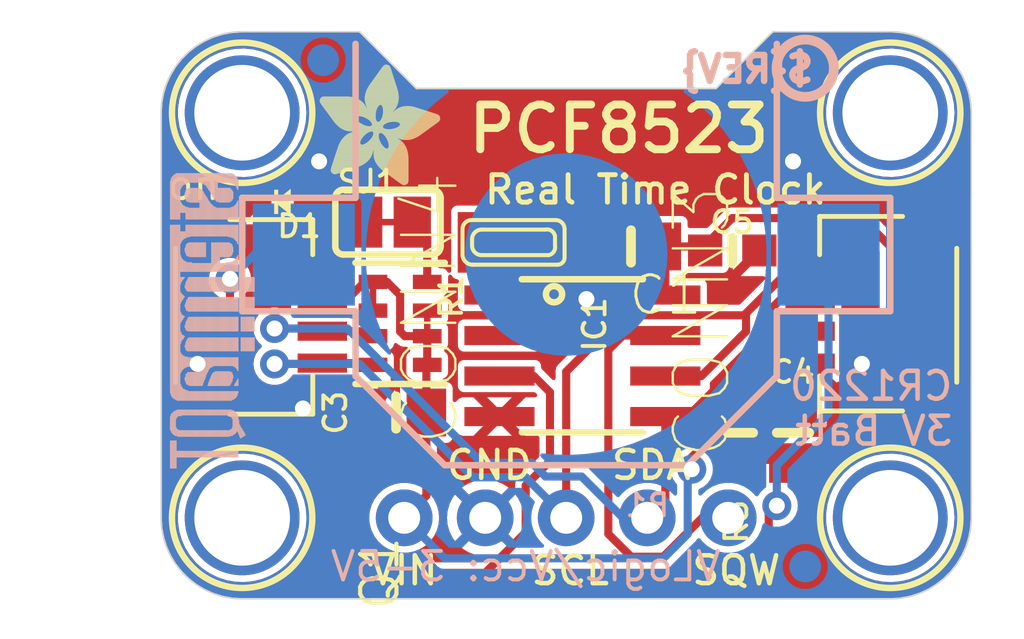
<source format=kicad_pcb>
(kicad_pcb (version 20221018) (generator pcbnew)
  (layers (0 "F.Cu" signal) (1 "In1.Cu" signal) (2 "In2.Cu" signal) (3 "In3.Cu" signal) (4 "In4.Cu" signal) (5 "In5.Cu" signal) (6 "In6.Cu" signal) (7 "In7.Cu" signal) (8 "In8.Cu" signal) (9 "In9.Cu" signal) (10 "In10.Cu" signal) (11 "In11.Cu" signal) (12 "In12.Cu" signal) (13 "In13.Cu" signal) (14 "In14.Cu" signal) (31 "B.Cu" signal) (34 "B.Paste" user) (35 "F.Paste" user) (36 "B.SilkS" user "B.Silkscreen") (37 "F.SilkS" user "F.Silkscreen") (38 "B.Mask" user) (39 "F.Mask" user) (44 "Edge.Cuts" user))
  (net 0 "")
  (net 1 "GND")
  (net 2 "VCC")
  (net 3 "SDA")
  (net 4 "SCL")
  (net 5 "N$14")
  (net 6 "N$15")
  (net 7 "VBAT")
  (net 8 "SQW")
  (net 9 "VDD")
  (net 10 "N$4")
  (net 11 "N$1")
  (footprint "working:1X05_ROUND_70" (layer "F.Cu") (at 148.5011 111.3536 180)
    (fp_text reference "JP2" hide)
    (fp_text value "")
    (pad "1" thru_hole circle (at -5.08 0 270) (size 1.778 1.778) (drill 1) (layers "*.Cu" "*.Mask") (net 8 "SQW"))
    (pad "2" thru_hole circle (at -2.54 0 270) (size 1.778 1.778) (drill 1) (layers "*.Cu" "*.Mask") (net 3 "SDA"))
    (pad "3" thru_hole circle (at 0 0 270) (size 1.778 1.778) (drill 1) (layers "*.Cu" "*.Mask") (net 4 "SCL"))
    (pad "4" thru_hole circle (at 2.54 0 270) (size 1.778 1.778) (drill 1) (layers "*.Cu" "*.Mask") (net 1 "GND"))
    (pad "5" thru_hole circle (at 5.08 0 270) (size 1.778 1.778) (drill 1) (layers "*.Cu" "*.Mask") (net 2 "VCC"))
  )
  (footprint "working:JST_SH4" (layer "F.Cu") (at 158.6611 105.0036 90)
    (fp_text reference "CONN3" (at -4.6 -5.9 90) (layer "F.SilkS") (effects (font (size 1.703222 1.703222) (thickness 0.074778)) (justify left)))
    (fp_text value "STEMMA_I2C_QT" hide)
    (pad "1" smd rect (at -1.5 -2.514 180) (size 1.55 0.6) (layers "F.Cu" "F.Paste" "F.Mask") (net 1 "GND"))
    (pad "2" smd rect (at -0.5 -2.514 180) (size 1.55 0.6) (layers "F.Cu" "F.Paste" "F.Mask") (net 2 "VCC"))
    (pad "3" smd rect (at 0.5 -2.514 180) (size 1.55 0.6) (layers "F.Cu" "F.Paste" "F.Mask") (net 3 "SDA"))
    (pad "4" smd rect (at 1.5 -2.514 180) (size 1.55 0.6) (layers "F.Cu" "F.Paste" "F.Mask") (net 4 "SCL"))
    (pad "MT1" smd rect (at -2.8 1.386 180) (size 1.8 1.2) (layers "F.Cu" "F.Paste" "F.Mask") (net 1 "GND"))
    (pad "MT2" smd rect (at 2.8 1.386 180) (size 1.8 1.2) (layers "F.Cu" "F.Paste" "F.Mask") (net 1 "GND"))
  )
  (footprint "working:SOLDERJUMPER_CLOSEDWIRE" (layer "F.Cu") (at 142.9131 102.0826)
    (fp_text reference "SJ1" (at -1.651 -1.27) (layer "F.SilkS") (effects (font (size 0.692831 0.692831) (thickness 0.119969)) (justify left)))
    (fp_text value "")
    (pad "1" smd rect (at -0.762 0) (size 1.1684 1.6002) (layers "F.Cu") (net 10 "N$4"))
    (pad "2" smd rect (at 0.762 0) (size 1.1684 1.6002) (layers "F.Cu") (net 11 "N$1"))
    (pad "WIRE" smd rect (at 0 0 180) (size 0.635 0.2032) (layers "F.Cu"))
  )
  (footprint "working:0805-NO" (layer "F.Cu") (at 150.5331 102.8446 180)
    (fp_text reference "C1" (at -2.286 -1.524) (layer "F.SilkS") (effects (font (size 1.176691 1.176691) (thickness 0.093309)) (justify right)))
    (fp_text value "10uF")
    (pad "1" smd rect (at -0.95 0 180) (size 1.24 1.5) (layers "F.Cu" "F.Paste" "F.Mask") (net 9 "VDD"))
    (pad "2" smd rect (at 0.95 0 180) (size 1.24 1.5) (layers "F.Cu" "F.Paste" "F.Mask") (net 1 "GND"))
  )
  (footprint "working:MOUNTINGHOLE_3.0_PLATEDTHIN" (layer "F.Cu") (at 158.6611 98.6536)
    (fp_text reference "U$17" hide)
    (fp_text value "MOUNTINGHOLE3.0THIN" hide)
    (pad "P$1" thru_hole circle (at 0 0) (size 3.6 3.6) (drill 3) (layers "*.Cu" "*.Mask"))
    (zone (net 0) (net_name "") (layer "F.Cu") (connect_pads (clearance 0)) (min_thickness 0.25)
      (keepout (tracks not_allowed) (vias not_allowed) (pads not_allowed) (copperpour not_allowed) (footprints allowed))
      (fill (thermal_gap 0.5) (thermal_bridge_width 0.5))
      (polygon (pts (xy 160.6771 98.6536) (xy 160.65748 98.373027) (xy 160.599004 98.097915) (xy 160.502808 97.833619) (xy 160.370765 97.585283) (xy 160.205446 97.35774) (xy 160.010067 97.15542) (xy 159.788433 96.98226) (xy 159.544856 96.841631) (xy 159.284078 96.73627) (xy 159.011175 96.668228) (xy 158.731457 96.638828) (xy 158.450371 96.648644) (xy 158.173385 96.697484) (xy 157.905893 96.784397) (xy 157.6531 96.907693) (xy 157.419926 97.06497) (xy 157.210911 97.253169) (xy 157.030122 97.468625) (xy 156.881078 97.707145) (xy 156.76668 97.964087) (xy 156.689154 98.23445) (xy 156.650011 98.512971) (xy 156.650011 98.794229) (xy 156.689154 99.07275) (xy 156.76668 99.343113) (xy 156.881078 99.600055) (xy 157.030122 99.838575) (xy 157.210911 100.054031) (xy 157.419926 100.24223) (xy 157.6531 100.399507) (xy 157.905893 100.522803) (xy 158.173385 100.609716) (xy 158.450371 100.658556) (xy 158.731457 100.668372) (xy 159.011175 100.638972) (xy 159.284078 100.57093) (xy 159.544856 100.465569) (xy 159.788433 100.32494) (xy 160.010067 100.15178) (xy 160.205446 99.94946) (xy 160.370765 99.721917) (xy 160.502808 99.473581) (xy 160.599004 99.209285) (xy 160.65748 98.934173)))
      (polygon (pts (xy 158.6451 98.6536) (xy 158.649786 98.664914) (xy 158.6611 98.6696) (xy 158.672414 98.664914) (xy 158.6771 98.6536) (xy 158.672414 98.642286) (xy 158.6611 98.6376) (xy 158.649786 98.642286)))
    )
    (zone (net 0) (net_name "") (layer "B.Cu") (connect_pads (clearance 0)) (min_thickness 0.25)
      (keepout (tracks not_allowed) (vias not_allowed) (pads not_allowed) (copperpour not_allowed) (footprints allowed))
      (fill (thermal_gap 0.5) (thermal_bridge_width 0.5))
      (polygon (pts (xy 160.6771 98.6536) (xy 160.65748 98.373027) (xy 160.599004 98.097915) (xy 160.502808 97.833619) (xy 160.370765 97.585283) (xy 160.205446 97.35774) (xy 160.010067 97.15542) (xy 159.788433 96.98226) (xy 159.544856 96.841631) (xy 159.284078 96.73627) (xy 159.011175 96.668228) (xy 158.731457 96.638828) (xy 158.450371 96.648644) (xy 158.173385 96.697484) (xy 157.905893 96.784397) (xy 157.6531 96.907693) (xy 157.419926 97.06497) (xy 157.210911 97.253169) (xy 157.030122 97.468625) (xy 156.881078 97.707145) (xy 156.76668 97.964087) (xy 156.689154 98.23445) (xy 156.650011 98.512971) (xy 156.650011 98.794229) (xy 156.689154 99.07275) (xy 156.76668 99.343113) (xy 156.881078 99.600055) (xy 157.030122 99.838575) (xy 157.210911 100.054031) (xy 157.419926 100.24223) (xy 157.6531 100.399507) (xy 157.905893 100.522803) (xy 158.173385 100.609716) (xy 158.450371 100.658556) (xy 158.731457 100.668372) (xy 159.011175 100.638972) (xy 159.284078 100.57093) (xy 159.544856 100.465569) (xy 159.788433 100.32494) (xy 160.010067 100.15178) (xy 160.205446 99.94946) (xy 160.370765 99.721917) (xy 160.502808 99.473581) (xy 160.599004 99.209285) (xy 160.65748 98.934173)))
      (polygon (pts (xy 158.6451 98.6536) (xy 158.649786 98.664914) (xy 158.6611 98.6696) (xy 158.672414 98.664914) (xy 158.6771 98.6536) (xy 158.672414 98.642286) (xy 158.6611 98.6376) (xy 158.649786 98.642286)))
    )
  )
  (footprint "working:ADAFRUIT_3.5MM" (layer "F.Cu") (at 140.7541 100.9396)
    (fp_text reference "U$22" hide)
    (fp_text value "" hide)
  )
  (footprint "working:MOUNTINGHOLE_3.0_PLATEDTHIN" (layer "F.Cu") (at 158.6611 111.3536)
    (fp_text reference "U$21" hide)
    (fp_text value "MOUNTINGHOLE3.0THIN" hide)
    (pad "P$1" thru_hole circle (at 0 0) (size 3.6 3.6) (drill 3) (layers "*.Cu" "*.Mask"))
    (zone (net 0) (net_name "") (layer "F.Cu") (connect_pads (clearance 0)) (min_thickness 0.25)
      (keepout (tracks not_allowed) (vias not_allowed) (pads not_allowed) (copperpour not_allowed) (footprints allowed))
      (fill (thermal_gap 0.5) (thermal_bridge_width 0.5))
      (polygon (pts (xy 160.6771 111.3536) (xy 160.65748 111.073027) (xy 160.599004 110.797915) (xy 160.502808 110.533619) (xy 160.370765 110.285283) (xy 160.205446 110.05774) (xy 160.010067 109.85542) (xy 159.788433 109.68226) (xy 159.544856 109.541631) (xy 159.284078 109.43627) (xy 159.011175 109.368228) (xy 158.731457 109.338828) (xy 158.450371 109.348644) (xy 158.173385 109.397484) (xy 157.905893 109.484397) (xy 157.6531 109.607693) (xy 157.419926 109.76497) (xy 157.210911 109.953169) (xy 157.030122 110.168625) (xy 156.881078 110.407145) (xy 156.76668 110.664087) (xy 156.689154 110.93445) (xy 156.650011 111.212971) (xy 156.650011 111.494229) (xy 156.689154 111.77275) (xy 156.76668 112.043113) (xy 156.881078 112.300055) (xy 157.030122 112.538575) (xy 157.210911 112.754031) (xy 157.419926 112.94223) (xy 157.6531 113.099507) (xy 157.905893 113.222803) (xy 158.173385 113.309716) (xy 158.450371 113.358556) (xy 158.731457 113.368372) (xy 159.011175 113.338972) (xy 159.284078 113.27093) (xy 159.544856 113.165569) (xy 159.788433 113.02494) (xy 160.010067 112.85178) (xy 160.205446 112.64946) (xy 160.370765 112.421917) (xy 160.502808 112.173581) (xy 160.599004 111.909285) (xy 160.65748 111.634173)))
      (polygon (pts (xy 158.6451 111.3536) (xy 158.649786 111.364914) (xy 158.6611 111.3696) (xy 158.672414 111.364914) (xy 158.6771 111.3536) (xy 158.672414 111.342286) (xy 158.6611 111.3376) (xy 158.649786 111.342286)))
    )
    (zone (net 0) (net_name "") (layer "B.Cu") (connect_pads (clearance 0)) (min_thickness 0.25)
      (keepout (tracks not_allowed) (vias not_allowed) (pads not_allowed) (copperpour not_allowed) (footprints allowed))
      (fill (thermal_gap 0.5) (thermal_bridge_width 0.5))
      (polygon (pts (xy 160.6771 111.3536) (xy 160.65748 111.073027) (xy 160.599004 110.797915) (xy 160.502808 110.533619) (xy 160.370765 110.285283) (xy 160.205446 110.05774) (xy 160.010067 109.85542) (xy 159.788433 109.68226) (xy 159.544856 109.541631) (xy 159.284078 109.43627) (xy 159.011175 109.368228) (xy 158.731457 109.338828) (xy 158.450371 109.348644) (xy 158.173385 109.397484) (xy 157.905893 109.484397) (xy 157.6531 109.607693) (xy 157.419926 109.76497) (xy 157.210911 109.953169) (xy 157.030122 110.168625) (xy 156.881078 110.407145) (xy 156.76668 110.664087) (xy 156.689154 110.93445) (xy 156.650011 111.212971) (xy 156.650011 111.494229) (xy 156.689154 111.77275) (xy 156.76668 112.043113) (xy 156.881078 112.300055) (xy 157.030122 112.538575) (xy 157.210911 112.754031) (xy 157.419926 112.94223) (xy 157.6531 113.099507) (xy 157.905893 113.222803) (xy 158.173385 113.309716) (xy 158.450371 113.358556) (xy 158.731457 113.368372) (xy 159.011175 113.338972) (xy 159.284078 113.27093) (xy 159.544856 113.165569) (xy 159.788433 113.02494) (xy 160.010067 112.85178) (xy 160.205446 112.64946) (xy 160.370765 112.421917) (xy 160.502808 112.173581) (xy 160.599004 111.909285) (xy 160.65748 111.634173)))
      (polygon (pts (xy 158.6451 111.3536) (xy 158.649786 111.364914) (xy 158.6611 111.3696) (xy 158.672414 111.364914) (xy 158.6771 111.3536) (xy 158.672414 111.342286) (xy 158.6611 111.3376) (xy 158.649786 111.342286)))
    )
  )
  (footprint "working:FIDUCIAL_1MM" (layer "F.Cu") (at 155.3591 97.3836)
    (fp_text reference "FID4" hide)
    (fp_text value "FIDUCIAL_1MM" hide)
    (pad "1" smd roundrect (at 0 0) (size 1 1) (layers "F.Cu" "F.Mask") (roundrect_rratio 0.5))
  )
  (footprint "working:0603-NO" (layer "F.Cu") (at 153.7081 102.9716)
    (fp_text reference "C5" (at -0.762 -0.889) (layer "F.SilkS") (effects (font (size 0.692831 0.692831) (thickness 0.119969)) (justify left)))
    (fp_text value "0.1uF")
    (pad "1" smd rect (at -0.85 0) (size 1.075 1) (layers "F.Cu" "F.Paste" "F.Mask") (net 9 "VDD"))
    (pad "2" smd rect (at 0.85 0) (size 1.075 1) (layers "F.Cu" "F.Paste" "F.Mask") (net 1 "GND"))
  )
  (footprint "working:FIDUCIAL_1MM" (layer "F.Cu") (at 142.2781 109.8296)
    (fp_text reference "FID3" hide)
    (fp_text value "FIDUCIAL_1MM" hide)
    (pad "1" smd roundrect (at 0 0) (size 1 1) (layers "F.Cu" "F.Mask") (roundrect_rratio 0.5))
  )
  (footprint "working:0805-NO" (layer "F.Cu") (at 155.6131 108.6866 90)
    (fp_text reference "C4" (at 1.905 -0.762) (layer "F.SilkS") (effects (font (size 0.692831 0.692831) (thickness 0.119969)) (justify left)))
    (fp_text value "10uF")
    (pad "1" smd rect (at -0.95 0 90) (size 1.24 1.5) (layers "F.Cu" "F.Paste" "F.Mask") (net 9 "VDD"))
    (pad "2" smd rect (at 0.95 0 90) (size 1.24 1.5) (layers "F.Cu" "F.Paste" "F.Mask") (net 1 "GND"))
  )
  (footprint "working:0805-NO" (layer "F.Cu") (at 143.1671 108.0516 180)
    (fp_text reference "C3" (at 1.905 -0.762 90) (layer "F.SilkS") (effects (font (size 0.692831 0.692831) (thickness 0.119969)) (justify left)))
    (fp_text value "10uF")
    (pad "1" smd rect (at -0.95 0 180) (size 1.24 1.5) (layers "F.Cu" "F.Paste" "F.Mask") (net 2 "VCC"))
    (pad "2" smd rect (at 0.95 0 180) (size 1.24 1.5) (layers "F.Cu" "F.Paste" "F.Mask") (net 1 "GND"))
  )
  (footprint "working:JST_SH4" (layer "F.Cu") (at 138.3411 105.0036 -90)
    (fp_text reference "CONN4" (at -4.6 -5.9 90) (layer "F.SilkS") (effects (font (size 1.703222 1.703222) (thickness 0.074778)) (justify right)))
    (fp_text value "STEMMA_I2C_QT" hide)
    (pad "1" smd rect (at -1.5 -2.514) (size 1.55 0.6) (layers "F.Cu" "F.Paste" "F.Mask") (net 1 "GND"))
    (pad "2" smd rect (at -0.5 -2.514) (size 1.55 0.6) (layers "F.Cu" "F.Paste" "F.Mask") (net 2 "VCC"))
    (pad "3" smd rect (at 0.5 -2.514) (size 1.55 0.6) (layers "F.Cu" "F.Paste" "F.Mask") (net 3 "SDA"))
    (pad "4" smd rect (at 1.5 -2.514) (size 1.55 0.6) (layers "F.Cu" "F.Paste" "F.Mask") (net 4 "SCL"))
    (pad "MT1" smd rect (at -2.8 1.386) (size 1.8 1.2) (layers "F.Cu" "F.Paste" "F.Mask") (net 1 "GND"))
    (pad "MT2" smd rect (at 2.8 1.386) (size 1.8 1.2) (layers "F.Cu" "F.Paste" "F.Mask") (net 1 "GND"))
  )
  (footprint "working:0603-NO" (layer "F.Cu") (at 153.9621 108.6866 -90)
    (fp_text reference "R3" (at 2.032 0.127 90) (layer "F.SilkS") (effects (font (size 0.692831 0.692831) (thickness 0.119969)) (justify right)))
    (fp_text value "1K")
    (pad "1" smd rect (at -0.85 0 270) (size 1.075 1) (layers "F.Cu" "F.Paste" "F.Mask") (net 2 "VCC"))
    (pad "2" smd rect (at 0.85 0 270) (size 1.075 1) (layers "F.Cu" "F.Paste" "F.Mask") (net 9 "VDD"))
  )
  (footprint "working:RESPACK_4X0603" (layer "F.Cu") (at 143.2941 105.2576 -90)
    (fp_text reference "R1" (at -1.6 -1.6 90) (layer "F.SilkS") (effects (font (size 0.692831 0.692831) (thickness 0.119969)) (justify right)))
    (fp_text value "10K")
    (pad "1" smd rect (at -1.3 0.85 270) (size 0.45 0.9) (layers "F.Cu" "F.Paste" "F.Mask") (net 2 "VCC"))
    (pad "2" smd rect (at -0.4 0.85 270) (size 0.45 0.9) (layers "F.Cu" "F.Paste" "F.Mask") (net 2 "VCC"))
    (pad "3" smd rect (at 0.4 0.85 270) (size 0.45 0.9) (layers "F.Cu" "F.Paste" "F.Mask") (net 3 "SDA"))
    (pad "4" smd rect (at 1.3 0.85 270) (size 0.45 0.9) (layers "F.Cu" "F.Paste" "F.Mask") (net 4 "SCL"))
    (pad "5" smd rect (at 1.3 -0.85 270) (size 0.45 0.9) (layers "F.Cu" "F.Paste" "F.Mask") (net 2 "VCC"))
    (pad "6" smd rect (at 0.4 -0.85 270) (size 0.45 0.9) (layers "F.Cu" "F.Paste" "F.Mask") (net 2 "VCC"))
    (pad "7" smd rect (at -0.4 -0.85 270) (size 0.45 0.9) (layers "F.Cu" "F.Paste" "F.Mask") (net 2 "VCC"))
    (pad "8" smd rect (at -1.3 -0.85 270) (size 0.45 0.9) (layers "F.Cu" "F.Paste" "F.Mask") (net 11 "N$1"))
  )
  (footprint "working:CHIPLED_0603_NOOUTLINE" (layer "F.Cu") (at 139.6111 101.4476 90)
    (fp_text reference "D1" (at -0.762 1.27) (layer "F.SilkS") (effects (font (size 0.692831 0.692831) (thickness 0.119969)) (justify right)))
    (fp_text value "GREEN")
    (pad "A" smd rect (at 0 0.75 90) (size 0.8 0.8) (layers "F.Cu" "F.Paste" "F.Mask") (net 10 "N$4"))
    (pad "C" smd rect (at 0 -0.75 90) (size 0.8 0.8) (layers "F.Cu" "F.Paste" "F.Mask") (net 1 "GND"))
  )
  (footprint "working:MOUNTINGHOLE_3.0_PLATEDTHIN" (layer "F.Cu") (at 138.3411 111.3536)
    (fp_text reference "U$19" hide)
    (fp_text value "MOUNTINGHOLE3.0THIN" hide)
    (pad "P$1" thru_hole circle (at 0 0) (size 3.6 3.6) (drill 3) (layers "*.Cu" "*.Mask"))
    (zone (net 0) (net_name "") (layer "F.Cu") (connect_pads (clearance 0)) (min_thickness 0.25)
      (keepout (tracks not_allowed) (vias not_allowed) (pads not_allowed) (copperpour not_allowed) (footprints allowed))
      (fill (thermal_gap 0.5) (thermal_bridge_width 0.5))
      (polygon (pts (xy 140.3571 111.3536) (xy 140.33748 111.073027) (xy 140.279004 110.797915) (xy 140.182808 110.533619) (xy 140.050765 110.285283) (xy 139.885446 110.05774) (xy 139.690067 109.85542) (xy 139.468433 109.68226) (xy 139.224856 109.541631) (xy 138.964078 109.43627) (xy 138.691175 109.368228) (xy 138.411457 109.338828) (xy 138.130371 109.348644) (xy 137.853385 109.397484) (xy 137.585893 109.484397) (xy 137.3331 109.607693) (xy 137.099926 109.76497) (xy 136.890911 109.953169) (xy 136.710122 110.168625) (xy 136.561078 110.407145) (xy 136.44668 110.664087) (xy 136.369154 110.93445) (xy 136.330011 111.212971) (xy 136.330011 111.494229) (xy 136.369154 111.77275) (xy 136.44668 112.043113) (xy 136.561078 112.300055) (xy 136.710122 112.538575) (xy 136.890911 112.754031) (xy 137.099926 112.94223) (xy 137.3331 113.099507) (xy 137.585893 113.222803) (xy 137.853385 113.309716) (xy 138.130371 113.358556) (xy 138.411457 113.368372) (xy 138.691175 113.338972) (xy 138.964078 113.27093) (xy 139.224856 113.165569) (xy 139.468433 113.02494) (xy 139.690067 112.85178) (xy 139.885446 112.64946) (xy 140.050765 112.421917) (xy 140.182808 112.173581) (xy 140.279004 111.909285) (xy 140.33748 111.634173)))
      (polygon (pts (xy 138.3251 111.3536) (xy 138.329786 111.364914) (xy 138.3411 111.3696) (xy 138.352414 111.364914) (xy 138.3571 111.3536) (xy 138.352414 111.342286) (xy 138.3411 111.3376) (xy 138.329786 111.342286)))
    )
    (zone (net 0) (net_name "") (layer "B.Cu") (connect_pads (clearance 0)) (min_thickness 0.25)
      (keepout (tracks not_allowed) (vias not_allowed) (pads not_allowed) (copperpour not_allowed) (footprints allowed))
      (fill (thermal_gap 0.5) (thermal_bridge_width 0.5))
      (polygon (pts (xy 140.3571 111.3536) (xy 140.33748 111.073027) (xy 140.279004 110.797915) (xy 140.182808 110.533619) (xy 140.050765 110.285283) (xy 139.885446 110.05774) (xy 139.690067 109.85542) (xy 139.468433 109.68226) (xy 139.224856 109.541631) (xy 138.964078 109.43627) (xy 138.691175 109.368228) (xy 138.411457 109.338828) (xy 138.130371 109.348644) (xy 137.853385 109.397484) (xy 137.585893 109.484397) (xy 137.3331 109.607693) (xy 137.099926 109.76497) (xy 136.890911 109.953169) (xy 136.710122 110.168625) (xy 136.561078 110.407145) (xy 136.44668 110.664087) (xy 136.369154 110.93445) (xy 136.330011 111.212971) (xy 136.330011 111.494229) (xy 136.369154 111.77275) (xy 136.44668 112.043113) (xy 136.561078 112.300055) (xy 136.710122 112.538575) (xy 136.890911 112.754031) (xy 137.099926 112.94223) (xy 137.3331 113.099507) (xy 137.585893 113.222803) (xy 137.853385 113.309716) (xy 138.130371 113.358556) (xy 138.411457 113.368372) (xy 138.691175 113.338972) (xy 138.964078 113.27093) (xy 139.224856 113.165569) (xy 139.468433 113.02494) (xy 139.690067 112.85178) (xy 139.885446 112.64946) (xy 140.050765 112.421917) (xy 140.182808 112.173581) (xy 140.279004 111.909285) (xy 140.33748 111.634173)))
      (polygon (pts (xy 138.3251 111.3536) (xy 138.329786 111.364914) (xy 138.3411 111.3696) (xy 138.352414 111.364914) (xy 138.3571 111.3536) (xy 138.352414 111.342286) (xy 138.3411 111.3376) (xy 138.329786 111.342286)))
    )
  )
  (footprint "working:MOUNTINGHOLE_3.0_PLATEDTHIN" (layer "F.Cu") (at 138.3411 98.6536)
    (fp_text reference "U$9" hide)
    (fp_text value "MOUNTINGHOLE3.0THIN" hide)
    (pad "P$1" thru_hole circle (at 0 0) (size 3.6 3.6) (drill 3) (layers "*.Cu" "*.Mask"))
    (zone (net 0) (net_name "") (layer "F.Cu") (connect_pads (clearance 0)) (min_thickness 0.25)
      (keepout (tracks not_allowed) (vias not_allowed) (pads not_allowed) (copperpour not_allowed) (footprints allowed))
      (fill (thermal_gap 0.5) (thermal_bridge_width 0.5))
      (polygon (pts (xy 140.3571 98.6536) (xy 140.33748 98.373027) (xy 140.279004 98.097915) (xy 140.182808 97.833619) (xy 140.050765 97.585283) (xy 139.885446 97.35774) (xy 139.690067 97.15542) (xy 139.468433 96.98226) (xy 139.224856 96.841631) (xy 138.964078 96.73627) (xy 138.691175 96.668228) (xy 138.411457 96.638828) (xy 138.130371 96.648644) (xy 137.853385 96.697484) (xy 137.585893 96.784397) (xy 137.3331 96.907693) (xy 137.099926 97.06497) (xy 136.890911 97.253169) (xy 136.710122 97.468625) (xy 136.561078 97.707145) (xy 136.44668 97.964087) (xy 136.369154 98.23445) (xy 136.330011 98.512971) (xy 136.330011 98.794229) (xy 136.369154 99.07275) (xy 136.44668 99.343113) (xy 136.561078 99.600055) (xy 136.710122 99.838575) (xy 136.890911 100.054031) (xy 137.099926 100.24223) (xy 137.3331 100.399507) (xy 137.585893 100.522803) (xy 137.853385 100.609716) (xy 138.130371 100.658556) (xy 138.411457 100.668372) (xy 138.691175 100.638972) (xy 138.964078 100.57093) (xy 139.224856 100.465569) (xy 139.468433 100.32494) (xy 139.690067 100.15178) (xy 139.885446 99.94946) (xy 140.050765 99.721917) (xy 140.182808 99.473581) (xy 140.279004 99.209285) (xy 140.33748 98.934173)))
      (polygon (pts (xy 138.3251 98.6536) (xy 138.329786 98.664914) (xy 138.3411 98.6696) (xy 138.352414 98.664914) (xy 138.3571 98.6536) (xy 138.352414 98.642286) (xy 138.3411 98.6376) (xy 138.329786 98.642286)))
    )
    (zone (net 0) (net_name "") (layer "B.Cu") (connect_pads (clearance 0)) (min_thickness 0.25)
      (keepout (tracks not_allowed) (vias not_allowed) (pads not_allowed) (copperpour not_allowed) (footprints allowed))
      (fill (thermal_gap 0.5) (thermal_bridge_width 0.5))
      (polygon (pts (xy 140.3571 98.6536) (xy 140.33748 98.373027) (xy 140.279004 98.097915) (xy 140.182808 97.833619) (xy 140.050765 97.585283) (xy 139.885446 97.35774) (xy 139.690067 97.15542) (xy 139.468433 96.98226) (xy 139.224856 96.841631) (xy 138.964078 96.73627) (xy 138.691175 96.668228) (xy 138.411457 96.638828) (xy 138.130371 96.648644) (xy 137.853385 96.697484) (xy 137.585893 96.784397) (xy 137.3331 96.907693) (xy 137.099926 97.06497) (xy 136.890911 97.253169) (xy 136.710122 97.468625) (xy 136.561078 97.707145) (xy 136.44668 97.964087) (xy 136.369154 98.23445) (xy 136.330011 98.512971) (xy 136.330011 98.794229) (xy 136.369154 99.07275) (xy 136.44668 99.343113) (xy 136.561078 99.600055) (xy 136.710122 99.838575) (xy 136.890911 100.054031) (xy 137.099926 100.24223) (xy 137.3331 100.399507) (xy 137.585893 100.522803) (xy 137.853385 100.609716) (xy 138.130371 100.658556) (xy 138.411457 100.668372) (xy 138.691175 100.638972) (xy 138.964078 100.57093) (xy 139.224856 100.465569) (xy 139.468433 100.32494) (xy 139.690067 100.15178) (xy 139.885446 99.94946) (xy 140.050765 99.721917) (xy 140.182808 99.473581) (xy 140.279004 99.209285) (xy 140.33748 98.934173)))
      (polygon (pts (xy 138.3251 98.6536) (xy 138.329786 98.664914) (xy 138.3411 98.6696) (xy 138.352414 98.664914) (xy 138.3571 98.6536) (xy 138.352414 98.642286) (xy 138.3411 98.6376) (xy 138.329786 98.642286)))
    )
  )
  (footprint "working:SOIC8_150MIL" (layer "F.Cu") (at 149.0091 106.2736 -90)
    (fp_text reference "IC1" (at -1.905 -0.381 90) (layer "F.SilkS") (effects (font (size 0.692831 0.692831) (thickness 0.119969)) (justify right)))
    (fp_text value "RTC_PCF8523T")
    (pad "1" smd rect (at -1.905 2.6 270) (size 0.6 2.2) (layers "F.Cu" "F.Paste" "F.Mask") (net 5 "N$14"))
    (pad "2" smd rect (at -0.635 2.6 270) (size 0.6 2.2) (layers "F.Cu" "F.Paste" "F.Mask") (net 6 "N$15"))
    (pad "3" smd rect (at 0.635 2.6 270) (size 0.6 2.2) (layers "F.Cu" "F.Paste" "F.Mask") (net 7 "VBAT"))
    (pad "4" smd rect (at 1.905 2.6 270) (size 0.6 2.2) (layers "F.Cu" "F.Paste" "F.Mask") (net 1 "GND"))
    (pad "5" smd rect (at 1.905 -2.6 270) (size 0.6 2.2) (layers "F.Cu" "F.Paste" "F.Mask") (net 3 "SDA"))
    (pad "6" smd rect (at 0.635 -2.6 270) (size 0.6 2.2) (layers "F.Cu" "F.Paste" "F.Mask") (net 4 "SCL"))
    (pad "7" smd rect (at -0.635 -2.6 270) (size 0.6 2.2) (layers "F.Cu" "F.Paste" "F.Mask") (net 8 "SQW"))
    (pad "8" smd rect (at -1.905 -2.6 270) (size 0.6 2.2) (layers "F.Cu" "F.Paste" "F.Mask") (net 9 "VDD"))
  )
  (footprint "working:XTAL3215" (layer "F.Cu") (at 146.8501 102.7176 180)
    (fp_text reference "Q1" (at 4.191 -9.144 90) (layer "F.SilkS") (effects (font (size 1.139139 1.139139) (thickness 0.130861)) (justify right)))
    (fp_text value "32.768")
    (pad "P$1" smd rect (at 1.2 0 180) (size 1.1 1.9) (layers "F.Cu" "F.Paste" "F.Mask") (net 5 "N$14"))
    (pad "P$2" smd rect (at -1.2 0) (size 1.1 1.9) (layers "F.Cu" "F.Paste" "F.Mask") (net 6 "N$15"))
  )
  (footprint "working:FIDUCIAL_1MM" (layer "B.Cu") (at 140.8811 97.0026 180)
    (fp_text reference "FID1" hide)
    (fp_text value "FIDUCIAL_1MM" hide)
    (pad "1" smd roundrect (at 0 0 180) (size 1 1) (layers "B.Cu" "B.Mask") (roundrect_rratio 0.5))
  )
  (footprint "working:STEMMAQT" (layer "B.Cu") (at 138.7221 100.5586 -90)
    (fp_text reference "U$31" hide)
    (fp_text value "" hide)
  )
  (footprint "working:CR1220" (layer "B.Cu") (at 148.5011 103.0986 180)
    (fp_text reference "B1" (at -3.302 -7.86) (layer "B.SilkS") (effects (font (size 0.692831 0.692831) (thickness 0.119969)) (justify left mirror)))
    (fp_text value "CR1220")
    (pad "+$1" smd rect (at -8.2254 0 180) (size 3.2 3.2) (layers "B.Cu" "B.Paste" "B.Mask") (net 7 "VBAT"))
    (pad "+$2" smd rect (at 8.2254 0 180) (size 3.2 3.2) (layers "B.Cu" "B.Paste" "B.Mask") (net 7 "VBAT"))
    (pad "-" smd roundrect (at 0 0 180) (size 6.35 6.35) (layers "B.Cu" "B.Mask") (roundrect_rratio 0.5) (net 1 "GND"))
    (zone (net 0) (net_name "") (layer "B.Cu") (connect_pads (clearance 0)) (min_thickness 0.25)
      (keepout (tracks not_allowed) (vias not_allowed) (pads not_allowed) (copperpour not_allowed) (footprints allowed))
      (fill (thermal_gap 0.5) (thermal_bridge_width 0.5))
      (polygon (pts (xy 142.218985 103.0986) (xy 142.238844 102.599485) (xy 142.298295 102.103525) (xy 142.396961 101.613857) (xy 142.534221 101.133576) (xy 142.709204 100.665718) (xy 142.920806 100.213242) (xy 143.167689 99.779007) (xy 143.448291 99.365761) (xy 143.760838 98.976114) (xy 144.103355 98.612532) (xy 144.473676 98.277311) (xy 144.86946 97.972573) (xy 145.288204 97.700242) (xy 145.72726 97.462042) (xy 146.183854 97.259478) (xy 146.655099 97.093831) (xy 147.138014 96.966148) (xy 147.629547 96.877236) (xy 148.126591 96.827658) (xy 148.626002 96.817727) (xy 149.124624 96.847505) (xy 149.619303 96.916805) (xy 150.106913 97.025188) (xy 150.58437 97.171969) (xy 151.048657 97.35622) (xy 151.496836 97.576777) (xy 151.926076 97.832244) (xy 152.333662 98.121007) (xy 152.717018 98.441239) (xy 153.073718 98.790917) (xy 153.40151 99.16783) (xy 153.698319 99.569594) (xy 153.96227 99.99367) (xy 154.191694 100.437376) (xy 154.385139 100.897907) (xy 154.541384 101.372352) (xy 154.659441 101.85771) (xy 154.738562 102.350914) (xy 154.778248 102.848845) (xy 154.778248 103.348355) (xy 154.738562 103.846286) (xy 154.659441 104.33949) (xy 154.541384 104.824848) (xy 154.385139 105.299293) (xy 154.191694 105.759824) (xy 153.96227 106.20353) (xy 153.698319 106.627606) (xy 153.40151 107.02937) (xy 153.073718 107.406283) (xy 152.717018 107.755961) (xy 152.333662 108.076193) (xy 151.926076 108.364956) (xy 151.496836 108.620423) (xy 151.048657 108.84098) (xy 150.58437 109.025231) (xy 150.106913 109.172012) (xy 149.619303 109.280395) (xy 149.124624 109.349695) (xy 148.626002 109.379473) (xy 148.126591 109.369542) (xy 147.629547 109.319964) (xy 147.138014 109.231052) (xy 146.655099 109.103369) (xy 146.183854 108.937722) (xy 145.72726 108.735158) (xy 145.288204 108.496958) (xy 144.86946 108.224627) (xy 144.473676 107.919889) (xy 144.103355 107.584668) (xy 143.760838 107.221086) (xy 143.448291 106.831439) (xy 143.167689 106.418193) (xy 142.920806 105.983958) (xy 142.709204 105.531482) (xy 142.534221 105.063624) (xy 142.396961 104.583343) (xy 142.298295 104.093675) (xy 142.238844 103.597715)))
    )
  )
  (footprint "working:FIDUCIAL_1MM" (layer "B.Cu") (at 155.9941 112.8776 180)
    (fp_text reference "FID2" hide)
    (fp_text value "FIDUCIAL_1MM" hide)
    (pad "1" smd roundrect (at 0 0 180) (size 1 1) (layers "B.Cu" "B.Mask") (roundrect_rratio 0.5))
  )
  (footprint "working:PCBFEAT-REV-040" (layer "B.Cu") (at 155.9941 97.2566 180)
    (fp_text reference "U$25" hide)
    (fp_text value "" hide)
    (fp_text user "${REV}" (at -0.3556 -0.508) (layer "B.SilkS") (effects (font (size 0.8128 0.8128) (thickness 0.2032)) (justify left bottom mirror)))
  )
  (gr_line (start 143.8021 97.8916) (end 142.0241 96.1136) (stroke (width 0.05)) (layer "Edge.Cuts"))
  (gr_line (start 158.6611 96.1136) (end 154.9781 96.1136) (stroke (width 0.05)) (layer "Edge.Cuts"))
  (gr_line (start 161.2011 111.3536) (end 161.2011 98.6536) (stroke (width 0.05)) (layer "Edge.Cuts"))
  (gr_line (start 153.2001 97.8916) (end 143.8021 97.8916) (stroke (width 0.05)) (layer "Edge.Cuts"))
  (gr_arc (start 138.3411 113.8936) (mid 136.545049 113.149651) (end 135.8011 111.3536) (stroke (width 0.05)) (layer "Edge.Cuts"))
  (gr_line (start 138.3411 113.8936) (end 158.6611 113.8936) (stroke (width 0.05)) (layer "Edge.Cuts"))
  (gr_arc (start 135.8011 98.6536) (mid 136.545049 96.857549) (end 138.3411 96.1136) (stroke (width 0.05)) (layer "Edge.Cuts"))
  (gr_line (start 154.9781 96.1136) (end 153.2001 97.8916) (stroke (width 0.05)) (layer "Edge.Cuts"))
  (gr_line (start 135.8011 98.6536) (end 135.8011 111.3536) (stroke (width 0.05)) (layer "Edge.Cuts"))
  (gr_arc (start 158.6611 96.1136) (mid 160.457151 96.857549) (end 161.2011 98.6536) (stroke (width 0.05)) (layer "Edge.Cuts"))
  (gr_line (start 142.0241 96.1136) (end 138.3411 96.1136) (stroke (width 0.05)) (layer "Edge.Cuts"))
  (gr_arc (start 161.2011 111.3536) (mid 160.457151 113.149651) (end 158.6611 113.8936) (stroke (width 0.05)) (layer "Edge.Cuts"))
  (gr_text "VLogic/Vcc: 3-5V" (at 147.2311 112.8776) (layer "B.SilkS") (effects (font (size 0.89408 0.89408) (thickness 0.12192)) (justify mirror)))
  (gr_text "CR1220\n3V Batt" (at 160.6931 107.9246) (layer "B.SilkS") (effects (font (size 0.87376 0.87376) (thickness 0.14224)) (justify left mirror)))
  (gr_text "Real Time Clock" (at 151.2951 101.0666) (layer "F.SilkS") (effects (font (size 0.8636 0.8636) (thickness 0.1524))))
  (gr_text "VIN" (at 143.4211 113.0046) (layer "F.SilkS") (effects (font (size 0.87376 0.87376) (thickness 0.14224))))
  (gr_text "on" (at 135.9281 101.4476) (layer "F.SilkS") (effects (font (size 0.89408 0.89408) (thickness 0.12192)) (justify left bottom)))
  (gr_text "GND" (at 146.0881 109.7026) (layer "F.SilkS") (effects (font (size 0.87376 0.87376) (thickness 0.14224))))
  (gr_text "PCF8523" (at 150.1521 99.1616) (layer "F.SilkS") (effects (font (size 1.40335 1.40335) (thickness 0.24765))))
  (gr_text "SQW" (at 153.8351 113.0046) (layer "F.SilkS") (effects (font (size 0.87376 0.87376) (thickness 0.14224))))
  (gr_text "SCL" (at 148.6281 113.0046) (layer "F.SilkS") (effects (font (size 0.87376 0.87376) (thickness 0.14224))))
  (gr_text "SDA" (at 151.1681 109.7026) (layer "F.SilkS") (effects (font (size 0.87376 0.87376) (thickness 0.14224))))
  (via (at 155.6131 100.1776) (size 0.9064) (drill 0.5) (layers "F.Cu" "B.Cu") (net 1))
  (via (at 157.7721 106.5276) (size 0.9064) (drill 0.5) (layers "F.Cu" "B.Cu") (net 1))
  (via (at 136.9441 106.5276) (size 0.9064) (drill 0.5) (layers "F.Cu" "B.Cu") (net 1))
  (via (at 149.1361 104.4956) (size 0.9064) (drill 0.5) (layers "F.Cu" "B.Cu") (net 1))
  (via (at 140.2461 107.9246) (size 0.9064) (drill 0.5) (layers "F.Cu" "B.Cu") (net 1))
  (via (at 140.7541 100.1776) (size 0.9064) (drill 0.5) (layers "F.Cu" "B.Cu") (net 1))
  (segment (start 148.5011 103.0986) (end 149.1361 103.0986) (width 0.254) (layer "B.Cu") (net 1))
  (segment (start 149.1361 103.0986) (end 149.1361 104.4956) (width 0.254) (layer "B.Cu") (net 1))
  (segment (start 144.1171 106.5846) (end 144.1171 108.0516) (width 0.254) (layer "F.Cu") (net 2))
  (segment (start 153.9621 107.8366) (end 153.9621 106.978707) (width 0.254) (layer "F.Cu") (net 2))
  (segment (start 142.1811 103.9576) (end 141.6351 104.5036) (width 0.254) (layer "F.Cu") (net 2))
  (segment (start 143.2941 104.3686) (end 143.2941 105.5116) (width 0.254) (layer "F.Cu") (net 2))
  (segment (start 144.1441 106.5576) (end 144.1441 105.6576) (width 0.254) (layer "F.Cu") (net 2))
  (segment (start 142.8831 103.9576) (end 143.2941 104.3686) (width 0.254) (layer "F.Cu") (net 2))
  (segment (start 143.4401 105.6576) (end 144.1441 105.6576) (width 0.254) (layer "F.Cu") (net 2))
  (segment (start 144.1171 110.6576) (end 143.4211 111.3536) (width 0.254) (layer "F.Cu") (net 2))
  (segment (start 155.437206 105.5036) (end 156.1471 105.5036) (width 0.254) (layer "F.Cu") (net 2))
  (segment (start 142.4441 103.9576) (end 142.8831 103.9576) (width 0.254) (layer "F.Cu") (net 2))
  (segment (start 144.1171 110.6576) (end 144.1171 108.0516) (width 0.254) (layer "F.Cu") (net 2))
  (segment (start 143.2941 105.5116) (end 143.4401 105.6576) (width 0.254) (layer "F.Cu") (net 2))
  (segment (start 144.1441 104.8576) (end 144.1441 105.6576) (width 0.2032) (layer "F.Cu") (net 2))
  (segment (start 153.9621 106.978707) (end 155.437206 105.5036) (width 0.254) (layer "F.Cu") (net 2))
  (segment (start 152.4381 109.8296) (end 152.4381 109.4486) (width 0.254) (layer "F.Cu") (net 2))
  (segment (start 144.1441 106.5576) (end 144.1171 106.5846) (width 0.254) (layer "F.Cu") (net 2))
  (segment (start 142.4441 103.9576) (end 142.1811 103.9576) (width 0.254) (layer "F.Cu") (net 2))
  (segment (start 142.4441 103.9576) (end 142.4441 104.8576) (width 0.2032) (layer "F.Cu") (net 2))
  (segment (start 141.6351 104.5036) (end 140.8551 104.5036) (width 0.254) (layer "F.Cu") (net 2))
  (segment (start 153.9621 107.9246) (end 153.9621 107.8366) (width 0.254) (layer "F.Cu") (net 2))
  (segment (start 152.4381 109.4486) (end 153.9621 107.9246) (width 0.254) (layer "F.Cu") (net 2))
  (via (at 152.4381 109.8296) (size 0.9064) (drill 0.5) (layers "F.Cu" "B.Cu") (net 2))
  (segment (start 143.4211 111.3536) (end 144.6911 112.6236) (width 0.254) (layer "B.Cu") (net 2))
  (segment (start 152.3111 109.9566) (end 152.4381 109.8296) (width 0.254) (layer "B.Cu") (net 2))
  (segment (start 151.5491 112.6236) (end 152.3111 111.8616) (width 0.254) (layer "B.Cu") (net 2))
  (segment (start 152.3111 111.8616) (end 152.3111 109.9566) (width 0.254) (layer "B.Cu") (net 2))
  (segment (start 144.6911 112.6236) (end 151.5491 112.6236) (width 0.254) (layer "B.Cu") (net 2))
  (segment (start 153.1319 107.3578) (end 153.1319 107.162325) (width 0.254) (layer "F.Cu") (net 3))
  (segment (start 140.7695 105.418) (end 139.3571 105.418) (width 0.254) (layer "F.Cu") (net 3))
  (segment (start 153.1319 107.162325) (end 154.5971 105.697125) (width 0.254) (layer "F.Cu") (net 3))
  (segment (start 140.8551 105.5036) (end 140.7695 105.418) (width 0.254) (layer "F.Cu") (net 3))
  (segment (start 140.8551 105.5036) (end 142.2901 105.5036) (width 0.254) (layer "F.Cu") (net 3))
  (segment (start 152.3111 108.1786) (end 153.1319 107.3578) (width 0.254) (layer "F.Cu") (net 3))
  (segment (start 142.2901 105.5036) (end 142.4441 105.6576) (width 0.254) (layer "F.Cu") (net 3))
  (segment (start 151.6091 108.1786) (end 152.3111 108.1786) (width 0.254) (layer "F.Cu") (net 3))
  (segment (start 151.6091 111.0996) (end 151.3551 111.3536) (width 0.254) (layer "F.Cu") (net 3))
  (segment (start 154.5971 105.697125) (end 154.5971 105.1306) (width 0.254) (layer "F.Cu") (net 3))
  (segment (start 151.0411 111.3536) (end 151.3551 111.3536) (width 0.254) (layer "F.Cu") (net 3))
  (segment (start 151.6091 108.1786) (end 151.6091 111.0996) (width 0.254) (layer "F.Cu") (net 3))
  (segment (start 154.5971 105.1306) (end 155.2241 104.5036) (width 0.254) (layer "F.Cu") (net 3))
  (segment (start 155.2241 104.5036) (end 156.1471 104.5036) (width 0.254) (layer "F.Cu") (net 3))
  (via (at 139.3571 105.418) (size 0.9064) (drill 0.5) (layers "F.Cu" "B.Cu") (net 3))
  (segment (start 150.2791 111.3536) (end 151.0411 111.3536) (width 0.254) (layer "B.Cu") (net 3))
  (segment (start 145.8515 109.6264) (end 141.6431 105.418) (width 0.254) (layer "B.Cu") (net 3))
  (segment (start 147.420481 109.6264) (end 147.852281 110.0582) (width 0.254) (layer "B.Cu") (net 3))
  (segment (start 139.3571 105.418) (end 141.6431 105.418) (width 0.254) (layer "B.Cu") (net 3))
  (segment (start 148.9837 110.0582) (end 150.2791 111.3536) (width 0.254) (layer "B.Cu") (net 3))
  (segment (start 145.8515 109.6264) (end 147.420481 109.6264) (width 0.254) (layer "B.Cu") (net 3))
  (segment (start 147.852281 110.0582) (end 148.9837 110.0582) (width 0.254) (layer "B.Cu") (net 3))
  (segment (start 142.3901 106.5036) (end 142.4441 106.5576) (width 0.254) (layer "F.Cu") (net 4))
  (segment (start 150.262718 105.0084) (end 150.5283 105.0084) (width 0.254) (layer "F.Cu") (net 4))
  (segment (start 152.739043 106.9086) (end 154.1399 105.507744) (width 0.254) (layer "F.Cu") (net 4))
  (segment (start 154.1399 105.0036) (end 154.1399 104.941219) (width 0.254) (layer "F.Cu") (net 4))
  (segment (start 140.8551 106.5036) (end 140.8311 106.5276) (width 0.254) (layer "F.Cu") (net 4))
  (segment (start 155.577518 103.5036) (end 156.1471 103.5036) (width 0.254) (layer "F.Cu") (net 4))
  (segment (start 140.8311 106.5276) (end 139.3571 106.5276) (width 0.254) (layer "F.Cu") (net 4))
  (segment (start 150.5331 105.0036) (end 154.1399 105.0036) (width 0.254) (layer "F.Cu") (net 4))
  (segment (start 148.5011 106.770019) (end 150.262718 105.0084) (width 0.254) (layer "F.Cu") (net 4))
  (segment (start 154.1399 104.941219) (end 155.577518 103.5036) (width 0.254) (layer "F.Cu") (net 4))
  (segment (start 148.5011 111.3536) (end 148.5011 106.770019) (width 0.254) (layer "F.Cu") (net 4))
  (segment (start 150.5283 105.0084) (end 150.5331 105.0036) (width 0.254) (layer "F.Cu") (net 4))
  (segment (start 151.6091 106.9086) (end 152.739043 106.9086) (width 0.254) (layer "F.Cu") (net 4))
  (segment (start 140.8551 106.5036) (end 142.3901 106.5036) (width 0.254) (layer "F.Cu") (net 4))
  (segment (start 154.1399 105.507744) (end 154.1399 105.0036) (width 0.254) (layer "F.Cu") (net 4))
  (via (at 139.3571 106.5276) (size 0.9064) (drill 0.5) (layers "F.Cu" "B.Cu") (net 4))
  (segment (start 148.5011 111.3536) (end 147.2311 110.0836) (width 0.254) (layer "B.Cu") (net 4))
  (segment (start 139.3571 106.5276) (end 142.0241 106.5276) (width 0.254) (layer "B.Cu") (net 4))
  (segment (start 145.5801 110.0836) (end 142.0241 106.5276) (width 0.254) (layer "B.Cu") (net 4))
  (segment (start 147.2311 110.0836) (end 145.5801 110.0836) (width 0.254) (layer "B.Cu") (net 4))
  (segment (start 145.6501 102.7176) (end 145.6501 103.6096) (width 0.254) (layer "F.Cu") (net 5))
  (segment (start 145.6501 103.6096) (end 146.4091 104.3686) (width 0.254) (layer "F.Cu") (net 5))
  (segment (start 147.7391 105.6386) (end 146.4091 105.6386) (width 0.254) (layer "F.Cu") (net 6))
  (segment (start 148.0501 102.7176) (end 148.0501 105.3276) (width 0.254) (layer "F.Cu") (net 6))
  (segment (start 148.0501 105.3276) (end 147.7391 105.6386) (width 0.254) (layer "F.Cu") (net 6))
  (segment (start 146.4091 106.9086) (end 147.4851 106.9086) (width 0.254) (layer "F.Cu") (net 7))
  (segment (start 145.958112 113.0808) (end 153.6319 113.0808) (width 0.254) (layer "F.Cu") (net 7))
  (segment (start 140.6793 110.385082) (end 138.2141 107.919882) (width 0.254) (layer "F.Cu") (net 7))
  (segment (start 147.2311 111.807813) (end 145.958112 113.0808) (width 0.254) (layer "F.Cu") (net 7))
  (segment (start 140.6793 112.4218) (end 140.6793 110.385082) (width 0.254) (layer "F.Cu") (net 7))
  (segment (start 147.4851 106.9086) (end 147.9931 107.4166) (width 0.254) (layer "F.Cu") (net 7))
  (segment (start 138.2141 107.0356) (end 137.9601 106.7816) (width 0.254) (layer "F.Cu") (net 7))
  (segment (start 153.6319 113.0808) (end 154.8511 111.8616) (width 0.254) (layer "F.Cu") (net 7))
  (segment (start 141.3383 113.0808) (end 140.6793 112.4218) (width 0.254) (layer "F.Cu") (net 7))
  (segment (start 147.9931 109.5756) (end 147.2311 110.3376) (width 0.254) (layer "F.Cu") (net 7))
  (segment (start 138.2141 107.919882) (end 138.2141 107.0356) (width 0.254) (layer "F.Cu") (net 7))
  (segment (start 137.9601 106.7816) (end 137.9601 103.8606) (width 0.254) (layer "F.Cu") (net 7))
  (segment (start 147.9931 107.4166) (end 147.9931 109.5756) (width 0.254) (layer "F.Cu") (net 7))
  (segment (start 145.958112 113.0808) (end 141.3383 113.0808) (width 0.254) (layer "F.Cu") (net 7))
  (segment (start 154.8511 111.2266) (end 155.1051 110.9726) (width 0.254) (layer "F.Cu") (net 7))
  (segment (start 147.2311 110.3376) (end 147.2311 111.807813) (width 0.254) (layer "F.Cu") (net 7))
  (segment (start 154.8511 111.2266) (end 154.8511 111.8616) (width 0.254) (layer "F.Cu") (net 7))
  (via (at 137.9601 103.8606) (size 0.9064) (drill 0.5) (layers "F.Cu" "B.Cu") (net 7))
  (via (at 155.1051 110.9726) (size 0.9064) (drill 0.5) (layers "F.Cu" "B.Cu") (net 7))
  (segment (start 155.1051 109.7026) (end 156.7265 108.0812) (width 0.254) (layer "B.Cu") (net 7))
  (segment (start 155.1051 110.9726) (end 155.1051 109.7026) (width 0.254) (layer "B.Cu") (net 7))
  (segment (start 156.7265 108.0812) (end 156.7265 103.0986) (width 0.254) (layer "B.Cu") (net 7))
  (segment (start 137.9601 103.8606) (end 138.7221 103.0986) (width 0.254) (layer "B.Cu") (net 7))
  (segment (start 138.7221 103.0986) (end 140.2757 103.0986) (width 0.254) (layer "B.Cu") (net 7))
  (segment (start 151.546112 112.5728) (end 152.765312 111.3536) (width 0.254) (layer "F.Cu") (net 8))
  (segment (start 150.536087 112.5728) (end 151.546112 112.5728) (width 0.254) (layer "F.Cu") (net 8))
  (segment (start 149.8219 111.858613) (end 150.536087 112.5728) (width 0.254) (layer "F.Cu") (net 8))
  (segment (start 149.8219 106.0958) (end 149.8219 111.858613) (width 0.254) (layer "F.Cu") (net 8))
  (segment (start 152.765312 111.3536) (end 153.5811 111.3536) (width 0.254) (layer "F.Cu") (net 8))
  (segment (start 150.2791 105.6386) (end 149.8219 106.0958) (width 0.254) (layer "F.Cu") (net 8))
  (segment (start 151.6091 105.6386) (end 150.2791 105.6386) (width 0.254) (layer "F.Cu") (net 8))
  (segment (start 158.6611 107.4166) (end 158.6611 102.8446) (width 0.254) (layer "F.Cu") (net 9))
  (segment (start 155.5131 109.5366) (end 155.6131 109.6366) (width 0.254) (layer "F.Cu") (net 9))
  (segment (start 151.6091 102.9706) (end 151.4831 102.8446) (width 0.254) (layer "F.Cu") (net 9))
  (segment (start 152.8581 102.8446) (end 152.8581 102.9716) (width 0.254) (layer "F.Cu") (net 9))
  (segment (start 158.6611 102.8446) (end 157.7721 101.9556) (width 0.254) (layer "F.Cu") (net 9))
  (segment (start 151.4831 102.8446) (end 152.8581 102.8446) (width 0.254) (layer "F.Cu") (net 9))
  (segment (start 153.9621 109.5366) (end 155.5131 109.5366) (width 0.254) (layer "F.Cu") (net 9))
  (segment (start 152.8581 102.8056) (end 152.8581 102.8446) (width 0.254) (layer "F.Cu") (net 9))
  (segment (start 156.4411 109.6366) (end 158.6611 107.4166) (width 0.254) (layer "F.Cu") (net 9))
  (segment (start 155.6131 109.6366) (end 156.4411 109.6366) (width 0.254) (layer "F.Cu") (net 9))
  (segment (start 151.6091 104.3686) (end 151.6091 102.9706) (width 0.254) (layer "F.Cu") (net 9))
  (segment (start 153.7081 101.9556) (end 152.8581 102.8056) (width 0.254) (layer "F.Cu") (net 9))
  (segment (start 157.7721 101.9556) (end 153.7081 101.9556) (width 0.254) (layer "F.Cu") (net 9))
  (segment (start 140.3611 101.4476) (end 141.5161 101.4476) (width 0.254) (layer "F.Cu") (net 10))
  (segment (start 141.5161 101.4476) (end 142.1511 102.0826) (width 0.254) (layer "F.Cu") (net 10))
  (segment (start 143.6751 102.0826) (end 144.1441 102.5516) (width 0.254) (layer "F.Cu") (net 11))
  (segment (start 144.1441 102.5516) (end 144.1441 103.9576) (width 0.254) (layer "F.Cu") (net 11))
  (zone (net 1) (net_name "GND") (layer "F.Cu") (priority 6) (connect_pads (clearance 0.000001)) (min_thickness 0.127) (fill yes (thermal_gap 0.304) (thermal_bridge_width 0.304))
    (polygon (pts (xy 161.3281 114.0206) (xy 135.6741 114.0206) (xy 135.6741 95.9866) (xy 161.3281 95.9866)))
  )
  (zone (net 1) (net_name "GND") (layer "B.Cu") (priority 6) (connect_pads (clearance 0.000001)) (min_thickness 0.127) (fill yes (thermal_gap 0.304) (thermal_bridge_width 0.304))
    (polygon (pts (xy 161.3281 114.0206) (xy 135.6741 114.0206) (xy 135.6741 95.9866) (xy 161.3281 95.9866)))
  )
)
</source>
